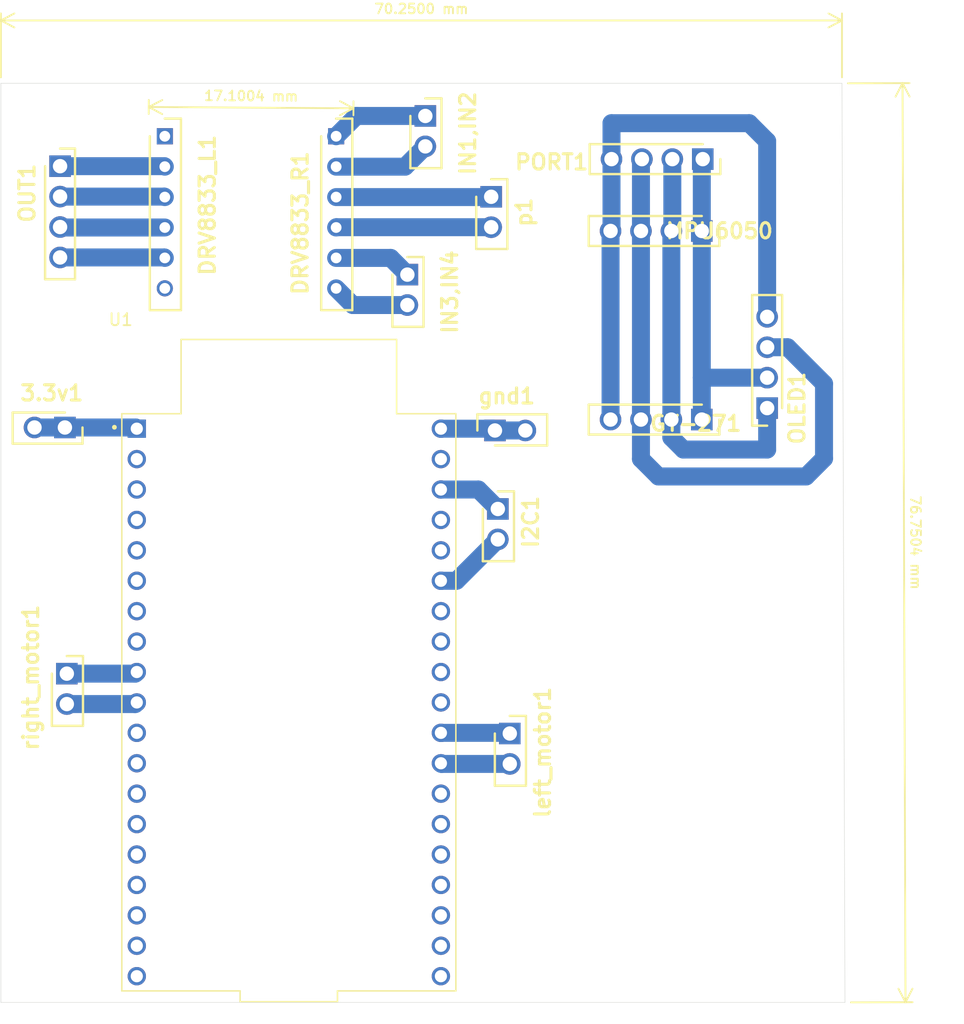
<source format=kicad_pcb>
(kicad_pcb (version 20240108) (generator "pcbnew") (generator_version "8.0")
  (layers (0 "F.Cu" signal "Front") (1 "In1.Cu" signal) (2 "In2.Cu" signal) (31 "B.Cu" signal "Back") (34 "B.Paste" user) (35 "F.Paste" user) (36 "B.SilkS" user "B.Silkscreen") (37 "F.SilkS" user "F.Silkscreen") (38 "B.Mask" user) (39 "F.Mask" user) (44 "Edge.Cuts" user))
  (net 0 "")
  (net 1 "+3.3V")
  (net 2 "GND")
  (net 3 "/SDA")
  (net 4 "/SCL")
  (net 5 "Net-(DRV8833_L1-Pad4)")
  (net 6 "Net-(DRV8833_L1-Pad5)")
  (net 7 "Net-(DRV8833_L1-Pad3)")
  (net 8 "Net-(DRV8833_L1-Pad2)")
  (net 11 "Net-(DRV8833_R1-Pad1)")
  (net 12 "Net-(DRV8833_R1-Pad5)")
  (net 13 "Net-(DRV8833_R1-Pad2)")
  (net 14 "Net-(DRV8833_R1-Pad6)")
  (net 15 "Net-(U1-3V3)")
  (net 16 "Net-(U1-GND3)")
  (net 17 "Net-(U1-IO22)")
  (net 18 "Net-(U1-IO21)")
  (net 19 "Net-(U1-IO16)")
  (net 20 "Net-(U1-IO17)")
  (net 21 "Net-(U1-IO25)")
  (net 22 "Net-(U1-IO26)")
  (footprint "female_header:RHDR4W70P0X254_1X4_1056X250X865P" (layer "F.Cu") (at 13.44 17.92 -90)
    (property "Reference" "OUT1" (at 2.25 2.75 90) (layer "F.SilkS") (effects (font (size 1.27 1.27) (thickness 0.254))))
    (property "Value" "M20-7820446" (hide yes))
    (fp_line (start 0 1.25) (end 9.44 1.25) (stroke (width 0.2)) (layer "F.SilkS"))
    (fp_line (start 9.44 1.25) (end 9.44 -1.25) (stroke (width 0.2)) (layer "F.SilkS"))
    (fp_line (start -1.47 -1.25) (end -1.47 0) (stroke (width 0.2)) (layer "F.SilkS"))
    (fp_line (start 9.44 -1.25) (end -1.47 -1.25) (stroke (width 0.2)) (layer "F.SilkS"))
    (pad "1" thru_hole rect (at 0 0 270) (size 1.8 1.8) (drill 1.2) (layers "*.Cu" "*.Mask") (net 8 "Net-(DRV8833_L1-Pad2)"))
    (pad "2" thru_hole circle (at 2.54 0 270) (size 1.8 1.8) (drill 1.2) (layers "*.Cu" "*.Mask") (net 7 "Net-(DRV8833_L1-Pad3)"))
    (pad "3" thru_hole circle (at 5.08 0 270) (size 1.8 1.8) (drill 1.2) (layers "*.Cu" "*.Mask") (net 5 "Net-(DRV8833_L1-Pad4)"))
    (pad "4" thru_hole circle (at 7.62 0 270) (size 1.8 1.8) (drill 1.2) (layers "*.Cu" "*.Mask") (net 6 "Net-(DRV8833_L1-Pad5)"))
  )
  (footprint "female_header_1x6:female_header_1x6" (layer "F.Cu") (at 36.5 15.42 -90)
    (property "Reference" "DRV8833_R1" (at 7.25 3 90) (layer "F.SilkS") (effects (font (size 1.27 1.27) (thickness 0.254))))
    (property "Value" "M20-7820642" (hide yes))
    (fp_line (start 0 1.25) (end 14.52 1.25) (stroke (width 0.2)) (layer "F.SilkS"))
    (fp_line (start 14.52 1.25) (end 14.52 -1.35) (stroke (width 0.2)) (layer "F.SilkS"))
    (fp_line (start -1.47 -1.35) (end -1.47 0) (stroke (width 0.2)) (layer "F.SilkS"))
    (fp_line (start 14.52 -1.35) (end -1.47 -1.35) (stroke (width 0.2)) (layer "F.SilkS"))
    (pad "1" thru_hole rect (at 0 0 270) (size 1.35 1.35) (drill 0.9) (layers "*.Cu" "*.Mask") (net 11 "Net-(DRV8833_R1-Pad1)"))
    (pad "2" thru_hole circle (at 2.54 0 270) (size 1.35 1.35) (drill 0.9) (layers "*.Cu" "*.Mask") (net 13 "Net-(DRV8833_R1-Pad2)"))
    (pad "3" thru_hole circle (at 5.08 0 270) (size 1.35 1.35) (drill 0.9) (layers "*.Cu" "*.Mask") (net 2 "GND"))
    (pad "4" thru_hole circle (at 7.62 0 270) (size 1.35 1.35) (drill 0.9) (layers "*.Cu" "*.Mask") (net 1 "+3.3V"))
    (pad "5" thru_hole circle (at 10.16 0 270) (size 1.35 1.35) (drill 0.9) (layers "*.Cu" "*.Mask") (net 12 "Net-(DRV8833_R1-Pad5)"))
    (pad "6" thru_hole circle (at 12.7 0 270) (size 1.35 1.35) (drill 0.9) (layers "*.Cu" "*.Mask") (net 14 "Net-(DRV8833_R1-Pad6)"))
  )
  (footprint "esp32_38:esp32_38" (layer "F.Cu") (at 32.55 62.69)
    (property "Reference" "U1" (at -14.045 -31.95 360) (layer "F.SilkS"))
    (property "Value" "DEVKIT_V1_ESP32-WROOM-32")
    (fp_line (start -13.95 -24.1) (end -13.95 24.1) (stroke (width 0.127)) (layer "F.SilkS"))
    (fp_line (start -13.95 24.1) (end -4.07 24.1) (stroke (width 0.127)) (layer "F.SilkS"))
    (fp_line (start -9 -30.3) (end 9 -30.3) (stroke (width 0.127)) (layer "F.SilkS"))
    (fp_line (start -9 -24.1) (end -13.95 -24.1) (stroke (width 0.127)) (layer "F.SilkS"))
    (fp_line (start -9 -24.1) (end -9 -30.3) (stroke (width 0.127)) (layer "F.SilkS"))
    (fp_line (start -4.07 24.1) (end -4.07 25) (stroke (width 0.127)) (layer "F.SilkS"))
    (fp_line (start -4.07 25) (end 4.06 25) (stroke (width 0.127)) (layer "F.SilkS"))
    (fp_line (start 4.06 24.1) (end 13.95 24.1) (stroke (width 0.127)) (layer "F.SilkS"))
    (fp_line (start 4.06 25) (end 4.06 24.1) (stroke (width 0.127)) (layer "F.SilkS"))
    (fp_line (start 9 -30.3) (end 9 -24.1) (stroke (width 0.127)) (layer "F.SilkS"))
    (fp_line (start 13.95 -24.1) (end 9 -24.1) (stroke (width 0.127)) (layer "F.SilkS"))
    (fp_line (start 13.95 24.1) (end 13.95 -24.1) (stroke (width 0.127)) (layer "F.SilkS"))
    (fp_circle (center -14.57 -22.97) (end -14.47 -22.97) (stroke (width 0.2)) (fill none) (layer "F.SilkS"))
    (pad "1" thru_hole rect (at -12.7 -22.85) (size 1.53 1.53) (drill 1.02) (layers "*.Cu" "*.Mask") (net 15 "Net-(U1-3V3)"))
    (pad "2" thru_hole circle (at -12.7 -20.31) (size 1.53 1.53) (drill 1.02) (layers "*.Cu" "*.Mask"))
    (pad "3" thru_hole circle (at -12.7 -17.77) (size 1.53 1.53) (drill 1.02) (layers "*.Cu" "*.Mask"))
    (pad "4" thru_hole circle (at -12.7 -15.23) (size 1.53 1.53) (drill 1.02) (layers "*.Cu" "*.Mask"))
    (pad "5" thru_hole circle (at -12.7 -12.69) (size 1.53 1.53) (drill 1.02) (layers "*.Cu" "*.Mask"))
    (pad "6" thru_hole circle (at -12.7 -10.15) (size 1.53 1.53) (drill 1.02) (layers "*.Cu" "*.Mask"))
    (pad "7" thru_hole circle (at -12.7 -7.61) (size 1.53 1.53) (drill 1.02) (layers "*.Cu" "*.Mask"))
    (pad "8" thru_hole circle (at -12.7 -5.07) (size 1.53 1.53) (drill 1.02) (layers "*.Cu" "*.Mask"))
    (pad "9" thru_hole circle (at -12.7 -2.53) (size 1.53 1.53) (drill 1.02) (layers "*.Cu" "*.Mask") (net 21 "Net-(U1-IO25)"))
    (pad "10" thru_hole circle (at -12.7 0.01) (size 1.53 1.53) (drill 1.02) (layers "*.Cu" "*.Mask") (net 22 "Net-(U1-IO26)"))
    (pad "11" thru_hole circle (at -12.7 2.55) (size 1.53 1.53) (drill 1.02) (layers "*.Cu" "*.Mask"))
    (pad "12" thru_hole circle (at -12.7 5.09) (size 1.53 1.53) (drill 1.02) (layers "*.Cu" "*.Mask"))
    (pad "13" thru_hole circle (at -12.7 7.63) (size 1.53 1.53) (drill 1.02) (layers "*.Cu" "*.Mask"))
    (pad "14" thru_hole circle (at -12.7 10.17) (size 1.53 1.53) (drill 1.02) (layers "*.Cu" "*.Mask"))
    (pad "15" thru_hole circle (at -12.7 12.71) (size 1.53 1.53) (drill 1.02) (layers "*.Cu" "*.Mask"))
    (pad "16" thru_hole circle (at -12.7 15.25) (size 1.53 1.53) (drill 1.02) (layers "*.Cu" "*.Mask"))
    (pad "17" thru_hole circle (at -12.7 17.79) (size 1.53 1.53) (drill 1.02) (layers "*.Cu" "*.Mask"))
    (pad "18" thru_hole circle (at -12.7 20.33) (size 1.53 1.53) (drill 1.02) (layers "*.Cu" "*.Mask"))
    (pad "19" thru_hole circle (at -12.7 22.87) (size 1.53 1.53) (drill 1.02) (layers "*.Cu" "*.Mask"))
    (pad "20" thru_hole circle (at 12.7 22.87) (size 1.53 1.53) (drill 1.02) (layers "*.Cu" "*.Mask"))
    (pad "21" thru_hole circle (at 12.7 20.33) (size 1.53 1.53) (drill 1.02) (layers "*.Cu" "*.Mask"))
    (pad "22" thru_hole circle (at 12.7 17.79) (size 1.53 1.53) (drill 1.02) (layers "*.Cu" "*.Mask"))
    (pad "23" thru_hole circle (at 12.7 15.25) (size 1.53 1.53) (drill 1.02) (layers "*.Cu" "*.Mask"))
    (pad "24" thru_hole circle (at 12.7 12.71) (size 1.53 1.53) (drill 1.02) (layers "*.Cu" "*.Mask"))
    (pad "25" thru_hole circle (at 12.7 10.17) (size 1.53 1.53) (drill 1.02) (layers "*.Cu" "*.Mask"))
    (pad "26" thru_hole circle (at 12.7 7.63) (size 1.53 1.53) (drill 1.02) (layers "*.Cu" "*.Mask"))
    (pad "27" thru_hole circle (at 12.7 5.09) (size 1.53 1.53) (drill 1.02) (layers "*.Cu" "*.Mask") (net 19 "Net-(U1-IO16)"))
    (pad "28" thru_hole circle (at 12.7 2.55) (size 1.53 1.53) (drill 1.02) (layers "*.Cu" "*.Mask") (net 20 "Net-(U1-IO17)"))
    (pad "29" thru_hole circle (at 12.7 0.01) (size 1.53 1.53) (drill 1.02) (layers "*.Cu" "*.Mask"))
    (pad "30" thru_hole circle (at 12.7 -2.53) (size 1.53 1.53) (drill 1.02) (layers "*.Cu" "*.Mask"))
    (pad "31" thru_hole circle (at 12.7 -5.07) (size 1.53 1.53) (drill 1.02) (layers "*.Cu" "*.Mask"))
    (pad "32" thru_hole circle (at 12.7 -7.61) (size 1.53 1.53) (drill 1.02) (layers "*.Cu" "*.Mask"))
    (pad "33" thru_hole circle (at 12.7 -10.15) (size 1.53 1.53) (drill 1.02) (layers "*.Cu" "*.Mask") (net 18 "Net-(U1-IO21)"))
    (pad "34" thru_hole circle (at 12.7 -12.69) (size 1.53 1.53) (drill 1.02) (layers "*.Cu" "*.Mask"))
    (pad "35" thru_hole circle (at 12.7 -15.23) (size 1.53 1.53) (drill 1.02) (layers "*.Cu" "*.Mask"))
    (pad "36" thru_hole circle (at 12.7 -17.77) (size 1.53 1.53) (drill 1.02) (layers "*.Cu" "*.Mask") (net 17 "Net-(U1-IO22)"))
    (pad "37" thru_hole circle (at 12.7 -20.31) (size 1.53 1.53) (drill 1.02) (layers "*.Cu" "*.Mask"))
    (pad "38" thru_hole circle (at 12.7 -22.85) (size 1.53 1.53) (drill 1.02) (layers "*.Cu" "*.Mask") (net 16 "Net-(U1-GND3)"))
  )
  (footprint "female_header_1x2:female_header_1x2" (layer "F.Cu") (at 43.95 13.725 -90)
    (property "Reference" "IN1,IN2" (at 1.445 -3.55 90) (layer "F.SilkS") (effects (font (size 1.27 1.27) (thickness 0.254))))
    (property "Value" "M20-7820242" (hide yes))
    (fp_line (start 0 1.25) (end 4.36 1.25) (stroke (width 0.2)) (layer "F.SilkS"))
    (fp_line (start 4.36 1.25) (end 4.36 -1.35) (stroke (width 0.2)) (layer "F.SilkS"))
    (fp_line (start -1.47 -1.35) (end -1.47 0) (stroke (width 0.2)) (layer "F.SilkS"))
    (fp_line (start 4.36 -1.35) (end -1.47 -1.35) (stroke (width 0.2)) (layer "F.SilkS"))
    (pad "1" thru_hole rect (at 0 0 270) (size 1.8 1.8) (drill 1.2) (layers "*.Cu" "*.Mask") (net 11 "Net-(DRV8833_R1-Pad1)"))
    (pad "2" thru_hole circle (at 2.54 0 270) (size 1.8 1.8) (drill 1.2) (layers "*.Cu" "*.Mask") (net 13 "Net-(DRV8833_R1-Pad2)"))
  )
  (footprint "female_header_1x2:female_header_1x2" (layer "F.Cu") (at 50.005 46.545 -90)
    (property "Reference" "I2C1" (at 1.075 -2.745 90) (layer "F.SilkS") (effects (font (size 1.27 1.27) (thickness 0.254))))
    (property "Value" "M20-7820242" (hide yes))
    (fp_line (start 0 1.25) (end 4.36 1.25) (stroke (width 0.2)) (layer "F.SilkS"))
    (fp_line (start 4.36 1.25) (end 4.36 -1.35) (stroke (width 0.2)) (layer "F.SilkS"))
    (fp_line (start -1.47 -1.35) (end -1.47 0) (stroke (width 0.2)) (layer "F.SilkS"))
    (fp_line (start 4.36 -1.35) (end -1.47 -1.35) (stroke (width 0.2)) (layer "F.SilkS"))
    (pad "1" thru_hole rect (at 0 0 270) (size 1.8 1.8) (drill 1.2) (layers "*.Cu" "*.Mask") (net 17 "Net-(U1-IO22)"))
    (pad "2" thru_hole circle (at 2.54 0 270) (size 1.8 1.8) (drill 1.2) (layers "*.Cu" "*.Mask") (net 18 "Net-(U1-IO21)"))
  )
  (footprint "female_header:RHDR4W70P0X254_1X4_1056X250X865P" (layer "F.Cu") (at 67.12 17.33 180)
    (property "Reference" "PORT1" (at 12.62 -0.25 360) (layer "F.SilkS") (effects (font (size 1.27 1.27) (thickness 0.254))))
    (property "Value" "1X4" (hide yes))
    (fp_line (start 9.44 1.25) (end 9.44 -1.25) (stroke (width 0.2)) (layer "F.SilkS"))
    (fp_line (start 9.44 -1.25) (end -1.47 -1.25) (stroke (width 0.2)) (layer "F.SilkS"))
    (fp_line (start 0 1.25) (end 9.44 1.25) (stroke (width 0.2)) (layer "F.SilkS"))
    (fp_line (start -1.47 -1.25) (end -1.47 0) (stroke (width 0.2)) (layer "F.SilkS"))
    (pad "1" thru_hole rect (at 0 0 180) (size 1.8 1.8) (drill 1.2) (layers "*.Cu" "*.Mask") (net 1 "+3.3V"))
    (pad "2" thru_hole circle (at 2.54 0 180) (size 1.8 1.8) (drill 1.2) (layers "*.Cu" "*.Mask") (net 2 "GND"))
    (pad "3" thru_hole circle (at 5.08 0 180) (size 1.8 1.8) (drill 1.2) (layers "*.Cu" "*.Mask") (net 4 "/SCL"))
    (pad "4" thru_hole circle (at 7.62 0 180) (size 1.8 1.8) (drill 1.2) (layers "*.Cu" "*.Mask") (net 3 "/SDA"))
  )
  (footprint "female_header_1x2:female_header_1x2" (layer "F.Cu") (at 49.45 20.475 -90)
    (property "Reference" "p1" (at 1.29 -2.75 90) (layer "F.SilkS") (effects (font (size 1.27 1.27) (thickness 0.254))))
    (property "Value" "M20-7820242" (hide yes))
    (fp_line (start 0 1.25) (end 4.36 1.25) (stroke (width 0.2)) (layer "F.SilkS"))
    (fp_line (start 4.36 1.25) (end 4.36 -1.35) (stroke (width 0.2)) (layer "F.SilkS"))
    (fp_line (start -1.47 -1.35) (end -1.47 0) (stroke (width 0.2)) (layer "F.SilkS"))
    (fp_line (start 4.36 -1.35) (end -1.47 -1.35) (stroke (width 0.2)) (layer "F.SilkS"))
    (pad "1" thru_hole rect (at 0 0 270) (size 1.8 1.8) (drill 1.2) (layers "*.Cu" "*.Mask") (net 2 "GND"))
    (pad "2" thru_hole circle (at 2.54 0 270) (size 1.8 1.8) (drill 1.2) (layers "*.Cu" "*.Mask") (net 1 "+3.3V"))
  )
  (footprint "female_header_1x2:female_header_1x2" (layer "F.Cu") (at 14.005 60.295 -90)
    (property "Reference" "right_motor1" (at 0.325 3.005 90) (layer "F.SilkS") (effects (font (size 1.27 1.27) (thickness 0.254))))
    (property "Value" "M20-7820242" (hide yes))
    (fp_line (start 0 1.25) (end 4.36 1.25) (stroke (width 0.2)) (layer "F.SilkS"))
    (fp_line (start 4.36 1.25) (end 4.36 -1.35) (stroke (width 0.2)) (layer "F.SilkS"))
    (fp_line (start -1.47 -1.35) (end -1.47 0) (stroke (width 0.2)) (layer "F.SilkS"))
    (fp_line (start 4.36 -1.35) (end -1.47 -1.35) (stroke (width 0.2)) (layer "F.SilkS"))
    (pad "1" thru_hole rect (at 0 0 270) (size 1.8 1.8) (drill 1.2) (layers "*.Cu" "*.Mask") (net 21 "Net-(U1-IO25)"))
    (pad "2" thru_hole circle (at 2.54 0 270) (size 1.8 1.8) (drill 1.2) (layers "*.Cu" "*.Mask") (net 22 "Net-(U1-IO26)"))
  )
  (footprint "female_header_1x2:female_header_1x2" (layer "F.Cu") (at 51.005 65.295 -90)
    (property "Reference" "left_motor1" (at 1.575 -2.745 90) (layer "F.SilkS") (effects (font (size 1.27 1.27) (thickness 0.254))))
    (property "Value" "M20-7820242" (hide yes))
    (fp_line (start 0 1.25) (end 4.36 1.25) (stroke (width 0.2)) (layer "F.SilkS"))
    (fp_line (start 4.36 1.25) (end 4.36 -1.35) (stroke (width 0.2)) (layer "F.SilkS"))
    (fp_line (start -1.47 -1.35) (end -1.47 0) (stroke (width 0.2)) (layer "F.SilkS"))
    (fp_line (start 4.36 -1.35) (end -1.47 -1.35) (stroke (width 0.2)) (layer "F.SilkS"))
    (pad "1" thru_hole rect (at 0 0 270) (size 1.8 1.8) (drill 1.2) (layers "*.Cu" "*.Mask") (net 20 "Net-(U1-IO17)"))
    (pad "2" thru_hole circle (at 2.54 0 270) (size 1.8 1.8) (drill 1.2) (layers "*.Cu" "*.Mask") (net 19 "Net-(U1-IO16)"))
  )
  (footprint "female_header_1x2:female_header_1x2" (layer "F.Cu") (at 13.845 39.74 180)
    (property "Reference" "3.3v1" (at 1.095 2.87 0) (layer "F.SilkS") (effects (font (size 1.27 1.27) (thickness 0.254))))
    (property "Value" "M20-7820242" (hide yes))
    (fp_line (start 4.36 1.25) (end 4.36 -1.35) (stroke (width 0.2)) (layer "F.SilkS"))
    (fp_line (start 4.36 -1.35) (end -1.47 -1.35) (stroke (width 0.2)) (layer "F.SilkS"))
    (fp_line (start 0 1.25) (end 4.36 1.25) (stroke (width 0.2)) (layer "F.SilkS"))
    (fp_line (start -1.47 -1.35) (end -1.47 0) (stroke (width 0.2)) (layer "F.SilkS"))
    (pad "1" thru_hole rect (at 0 0 180) (size 1.8 1.8) (drill 1.2) (layers "*.Cu" "*.Mask") (net 15 "Net-(U1-3V3)"))
    (pad "2" thru_hole circle (at 2.54 0 180) (size 1.8 1.8) (drill 1.2) (layers "*.Cu" "*.Mask") (net 15 "Net-(U1-3V3)"))
  )
  (footprint "female_header:RHDR4W70P0X254_1X4_1056X250X865P" (layer "F.Cu") (at 72.5 38.12 90)
    (property "Reference" "OLED1" (at 0 2.5 90) (layer "F.SilkS") (effects (font (size 1.27 1.27) (thickness 0.254))))
    (property "Value" "1X4" (hide yes))
    (fp_line (start 9.44 -1.25) (end -1.47 -1.25) (stroke (width 0.2)) (layer "F.SilkS"))
    (fp_line (start -1.47 -1.25) (end -1.47 0) (stroke (width 0.2)) (layer "F.SilkS"))
    (fp_line (start 9.44 1.25) (end 9.44 -1.25) (stroke (width 0.2)) (layer "F.SilkS"))
    (fp_line (start 0 1.25) (end 9.44 1.25) (stroke (width 0.2)) (layer "F.SilkS"))
    (pad "1" thru_hole rect (at 0 0 90) (size 1.8 1.8) (drill 1.2) (layers "*.Cu" "*.Mask") (net 2 "GND"))
    (pad "2" thru_hole circle (at 2.54 0 90) (size 1.8 1.8) (drill 1.2) (layers "*.Cu" "*.Mask") (net 1 "+3.3V"))
    (pad "3" thru_hole circle (at 5.08 0 90) (size 1.8 1.8) (drill 1.2) (layers "*.Cu" "*.Mask") (net 4 "/SCL"))
    (pad "4" thru_hole circle (at 7.62 0 90) (size 1.8 1.8) (drill 1.2) (layers "*.Cu" "*.Mask") (net 3 "/SDA"))
  )
  (footprint "female_header:RHDR4W70P0X254_1X4_1056X250X865P" (layer "F.Cu") (at 67.04 23.33 180)
    (property "Reference" "MPU6050" (at -1.47 0 360) (layer "F.SilkS") (effects (font (size 1.27 1.27) (thickness 0.254))))
    (property "Value" "1X4" (hide yes))
    (fp_line (start 9.44 1.25) (end 9.44 -1.25) (stroke (width 0.2)) (layer "F.SilkS"))
    (fp_line (start 9.44 -1.25) (end -1.47 -1.25) (stroke (width 0.2)) (layer "F.SilkS"))
    (fp_line (start 0 1.25) (end 9.44 1.25) (stroke (width 0.2)) (layer "F.SilkS"))
    (fp_line (start -1.47 -1.25) (end -1.47 0) (stroke (width 0.2)) (layer "F.SilkS"))
    (pad "1" thru_hole rect (at 0 0 180) (size 1.8 1.8) (drill 1.2) (layers "*.Cu" "*.Mask") (net 1 "+3.3V"))
    (pad "2" thru_hole circle (at 2.54 0 180) (size 1.8 1.8) (drill 1.2) (layers "*.Cu" "*.Mask") (net 2 "GND"))
    (pad "3" thru_hole circle (at 5.08 0 180) (size 1.8 1.8) (drill 1.2) (layers "*.Cu" "*.Mask") (net 4 "/SCL"))
    (pad "4" thru_hole circle (at 7.62 0 180) (size 1.8 1.8) (drill 1.2) (layers "*.Cu" "*.Mask") (net 3 "/SDA"))
  )
  (footprint "female_header_1x6:female_header_1x6" (layer "F.Cu") (at 22.19 15.42 -90)
    (property "Reference" "DRV8833_L1" (at 5.75 -3.56 90) (layer "F.SilkS") (effects (font (size 1.27 1.27) (thickness 0.254))))
    (property "Value" "M20-7820642" (hide yes))
    (fp_line (start 0 1.25) (end 14.52 1.25) (stroke (width 0.2)) (layer "F.SilkS"))
    (fp_line (start 14.52 1.25) (end 14.52 -1.35) (stroke (width 0.2)) (layer "F.SilkS"))
    (fp_line (start -1.47 -1.35) (end -1.47 0) (stroke (width 0.2)) (layer "F.SilkS"))
    (fp_line (start 14.52 -1.35) (end -1.47 -1.35) (stroke (width 0.2)) (layer "F.SilkS"))
    (pad "1" thru_hole rect (at 0 0 270) (size 1.35 1.35) (drill 0.9) (layers "*.Cu" "*.Mask"))
    (pad "2" thru_hole circle (at 2.54 0 270) (size 1.35 1.35) (drill 0.9) (layers "*.Cu" "*.Mask") (net 8 "Net-(DRV8833_L1-Pad2)"))
    (pad "3" thru_hole circle (at 5.08 0 270) (size 1.35 1.35) (drill 0.9) (layers "*.Cu" "*.Mask") (net 7 "Net-(DRV8833_L1-Pad3)"))
    (pad "4" thru_hole circle (at 7.62 0 270) (size 1.35 1.35) (drill 0.9) (layers "*.Cu" "*.Mask") (net 5 "Net-(DRV8833_L1-Pad4)"))
    (pad "5" thru_hole circle (at 10.16 0 270) (size 1.35 1.35) (drill 0.9) (layers "*.Cu" "*.Mask") (net 6 "Net-(DRV8833_L1-Pad5)"))
    (pad "6" thru_hole circle (at 12.7 0 270) (size 1.35 1.35) (drill 0.9) (layers "*.Cu" "*.Mask"))
  )
  (footprint "female_header:RHDR4W70P0X254_1X4_1056X250X865P" (layer "F.Cu") (at 67.04 39.08 180)
    (property "Reference" "GY-271" (at 0.5 -0.33 360) (layer "F.SilkS") (effects (font (size 1.27 1.27) (thickness 0.254))))
    (property "Value" "1X4" (hide yes))
    (fp_line (start 9.44 1.25) (end 9.44 -1.25) (stroke (width 0.2)) (layer "F.SilkS"))
    (fp_line (start 9.44 -1.25) (end -1.47 -1.25) (stroke (width 0.2)) (layer "F.SilkS"))
    (fp_line (start 0 1.25) (end 9.44 1.25) (stroke (width 0.2)) (layer "F.SilkS"))
    (fp_line (start -1.47 -1.25) (end -1.47 0) (stroke (width 0.2)) (layer "F.SilkS"))
    (pad "1" thru_hole rect (at 0 0 180) (size 1.8 1.8) (drill 1.2) (layers "*.Cu" "*.Mask") (net 1 "+3.3V"))
    (pad "2" thru_hole circle (at 2.54 0 180) (size 1.8 1.8) (drill 1.2) (layers "*.Cu" "*.Mask") (net 2 "GND"))
    (pad "3" thru_hole circle (at 5.08 0 180) (size 1.8 1.8) (drill 1.2) (layers "*.Cu" "*.Mask") (net 4 "/SCL"))
    (pad "4" thru_hole circle (at 7.62 0 180) (size 1.8 1.8) (drill 1.2) (layers "*.Cu" "*.Mask") (net 3 "/SDA"))
  )
  (footprint "female_header_1x2:female_header_1x2" (layer "F.Cu") (at 49.765 39.99)
    (property "Reference" "gnd1" (at 0.985 -2.87 360) (layer "F.SilkS") (effects (font (size 1.27 1.27) (thickness 0.254))))
    (property "Value" "M20-7820242" (hide yes))
    (fp_line (start -1.47 -1.35) (end -1.47 0) (stroke (width 0.2)) (layer "F.SilkS"))
    (fp_line (start 0 1.25) (end 4.36 1.25) (stroke (width 0.2)) (layer "F.SilkS"))
    (fp_line (start 4.36 -1.35) (end -1.47 -1.35) (stroke (width 0.2)) (layer "F.SilkS"))
    (fp_line (start 4.36 1.25) (end 4.36 -1.35) (stroke (width 0.2)) (layer "F.SilkS"))
    (pad "1" thru_hole rect (at 0 0) (size 1.8 1.8) (drill 1.2) (layers "*.Cu" "*.Mask") (net 16 "Net-(U1-GND3)"))
    (pad "2" thru_hole circle (at 2.54 0) (size 1.8 1.8) (drill 1.2) (layers "*.Cu" "*.Mask") (net 16 "Net-(U1-GND3)"))
  )
  (footprint "female_header_1x2:female_header_1x2" (layer "F.Cu") (at 42.45 26.975 -90)
    (property "Reference" "IN3,IN4" (at 1.445 -3.55 90) (layer "F.SilkS") (effects (font (size 1.27 1.27) (thickness 0.254))))
    (property "Value" "M20-7820242" (hide yes))
    (fp_line (start 0 1.25) (end 4.36 1.25) (stroke (width 0.2)) (layer "F.SilkS"))
    (fp_line (start 4.36 1.25) (end 4.36 -1.35) (stroke (width 0.2)) (layer "F.SilkS"))
    (fp_line (start -1.47 -1.35) (end -1.47 0) (stroke (width 0.2)) (layer "F.SilkS"))
    (fp_line (start 4.36 -1.35) (end -1.47 -1.35) (stroke (width 0.2)) (layer "F.SilkS"))
    (pad "1" thru_hole rect (at 0 0 270) (size 1.8 1.8) (drill 1.2) (layers "*.Cu" "*.Mask") (net 12 "Net-(DRV8833_R1-Pad5)"))
    (pad "2" thru_hole circle (at 2.54 0 270) (size 1.8 1.8) (drill 1.2) (layers "*.Cu" "*.Mask") (net 14 "Net-(DRV8833_R1-Pad6)"))
  )
  (gr_line (start 78.75 11) (end 79 87.75) (stroke (width 0.0381)) (layer "Edge.Cuts"))
  (gr_line (start 79 87.75) (end 8.5 87.75) (stroke (width 0.0381)) (layer "Edge.Cuts"))
  (gr_line (start 8.5 11) (end 78.75 11) (stroke (width 0.0381)) (layer "Edge.Cuts"))
  (gr_line (start 8.5 87.75) (end 8.5 11) (stroke (width 0.0381)) (layer "Edge.Cuts"))
  (dimension (type aligned) (layer "F.SilkS") (pts (xy 78.75 11) (xy 8.5 11)) (height 5.25) (gr_text "70.2500 mm" (at 43.625 4.7848 0) (layer "F.SilkS") (effects (font (size 0.8128 0.8128) (thickness 0.1524)))) (format (prefix "") (suffix "") (units 3) (units_format 1) (precision 4)) (style (thickness 0.1524) (arrow_length 1.27) (text_position_mode 0) (extension_height 0.58642) (extension_offset 0.5) keep_text_aligned))
  (dimension (type aligned) (layer "F.SilkS") (pts (xy 20.84 14.06) (xy 37.94 14.17)) (height -1.084485) (gr_text "17.1004 mm" (at 29.403185 12.065357 359.6314357) (layer "F.SilkS") (effects (font (size 0.8128 0.8128) (thickness 0.1524)))) (format (prefix "") (suffix "") (units 3) (units_format 1) (precision 4)) (style (thickness 0.1524) (arrow_length 1.27) (text_position_mode 0) (extension_height 0.58642) (extension_offset 0.5) keep_text_aligned))
  (dimension (type aligned) (layer "F.SilkS") (pts (xy 79 87.75) (xy 78.75 11)) (height 5.057234) (gr_text "76.7504 mm" (at 84.897402 49.355383 -89.81336946) (layer "F.SilkS") (effects (font (size 0.8128 0.8128) (thickness 0.1524)))) (format (prefix "") (suffix "") (units 3) (units_format 1) (precision 4)) (style (thickness 0.1524) (arrow_length 1.27) (text_position_mode 0) (extension_height 0.58642) (extension_offset 0.5) keep_text_aligned))
  (segment (start 67.04 23.33) (end 67.04 35.58) (width 1.5) (layer "B.Cu") (net 1))
  (segment (start 67.04 17.41) (end 67.12 17.33) (width 1.5) (layer "B.Cu") (net 1))
  (segment (start 72.5 35.58) (end 67.04 35.58) (width 1.5) (layer "B.Cu") (net 1))
  (segment (start 36.525 23.015) (end 36.5 23.04) (width 1.5) (layer "B.Cu") (net 1))
  (segment (start 67.04 23.33) (end 67.04 17.41) (width 1.5) (layer "B.Cu") (net 1))
  (segment (start 49.45 23.015) (end 36.525 23.015) (width 1.5) (layer "B.Cu") (net 1))
  (segment (start 67.04 35.58) (end 67.04 39.08) (width 1.5) (layer "B.Cu") (net 1))
  (segment (start 72.5 41.58) (end 72.5 38.12) (width 1.5) (layer "B.Cu") (net 2))
  (segment (start 64.58 17.33) (end 64.58 23.25) (width 1.5) (layer "B.Cu") (net 2))
  (segment (start 65.5 41.58) (end 72.5 41.58) (width 1.5) (layer "B.Cu") (net 2))
  (segment (start 64.5 40.58) (end 65.5 41.58) (width 1.5) (layer "B.Cu") (net 2))
  (segment (start 36.5 20.5) (end 49.425 20.5) (width 1.5) (layer "B.Cu") (net 2))
  (segment (start 64.58 23.25) (end 64.5 23.33) (width 1.5) (layer "B.Cu") (net 2))
  (segment (start 64.5 39.08) (end 64.5 40.58) (width 1.5) (layer "B.Cu") (net 2))
  (segment (start 49.425 20.5) (end 49.45 20.475) (width 1.5) (layer "B.Cu") (net 2))
  (segment (start 64.5 23.33) (end 64.5 39.08) (width 1.5) (layer "B.Cu") (net 2))
  (segment (start 59.42 23.33) (end 59.42 39.08) (width 1.5) (layer "B.Cu") (net 3))
  (segment (start 59.5 17.33) (end 59.5 14.33) (width 1.5) (layer "B.Cu") (net 3))
  (segment (start 72.5 15.83) (end 72.5 30.5) (width 1.5) (layer "B.Cu") (net 3))
  (segment (start 59.5 14.33) (end 71 14.33) (width 1.5) (layer "B.Cu") (net 3))
  (segment (start 59.5 17.33) (end 59.5 23.25) (width 1.5) (layer "B.Cu") (net 3))
  (segment (start 59.5 23.25) (end 59.42 23.33) (width 1.5) (layer "B.Cu") (net 3))
  (segment (start 71 14.33) (end 72.5 15.83) (width 1.5) (layer "B.Cu") (net 3))
  (segment (start 61.96 23.33) (end 61.96 39.08) (width 1.5) (layer "B.Cu") (net 4))
  (segment (start 61.96 17.41) (end 62.04 17.33) (width 1.5) (layer "B.Cu") (net 4))
  (segment (start 61.96 39.08) (end 61.96 42.37) (width 1.5) (layer "B.Cu") (net 4))
  (segment (start 77.25 36.08) (end 74.21 33.04) (width 1.5) (layer "B.Cu") (net 4))
  (segment (start 61.96 23.33) (end 61.96 17.41) (width 1.5) (layer "B.Cu") (net 4))
  (segment (start 77.25 42.33) (end 77.25 36.08) (width 1.5) (layer "B.Cu") (net 4))
  (segment (start 75.75 43.83) (end 77.25 42.33) (width 1.5) (layer "B.Cu") (net 4))
  (segment (start 61.96 42.37) (end 63.42 43.83) (width 1.5) (layer "B.Cu") (net 4))
  (segment (start 63.42 43.83) (end 75.75 43.83) (width 1.5) (layer "B.Cu") (net 4))
  (segment (start 74.21 33.04) (end 72.5 33.04) (width 1.5) (layer "B.Cu") (net 4))
  (segment (start 13.48 23.04) (end 13.44 23) (width 1.5) (layer "B.Cu") (net 5))
  (segment (start 22.19 23.04) (end 13.48 23.04) (width 1.5) (layer "B.Cu") (net 5))
  (segment (start 13.44 25.54) (end 22.15 25.54) (width 1.5) (layer "B.Cu") (net 6))
  (segment (start 22.15 25.54) (end 22.19 25.58) (width 1.5) (layer "B.Cu") (net 6))
  (segment (start 22.15 20.46) (end 22.19 20.5) (width 1.5) (layer "B.Cu") (net 7))
  (segment (start 13.44 20.46) (end 22.15 20.46) (width 1.5) (layer "B.Cu") (net 7))
  (segment (start 22.15 17.92) (end 22.19 17.96) (width 1.5) (layer "B.Cu") (net 8))
  (segment (start 13.44 17.92) (end 22.15 17.92) (width 1.5) (layer "B.Cu") (net 8))
  (segment (start 38.195 13.725) (end 36.5 15.42) (width 1.5) (layer "B.Cu") (net 11))
  (segment (start 43.95 13.725) (end 38.195 13.725) (width 1.5) (layer "B.Cu") (net 11))
  (segment (start 41.055 25.58) (end 42.45 26.975) (width 1.5) (layer "B.Cu") (net 12))
  (segment (start 36.5 25.58) (end 41.055 25.58) (width 1.5) (layer "B.Cu") (net 12))
  (segment (start 42.255 17.96) (end 36.5 17.96) (width 1.5) (layer "B.Cu") (net 13))
  (segment (start 43.95 16.265) (end 42.255 17.96) (width 1.5) (layer "B.Cu") (net 13))
  (segment (start 37.895 29.515) (end 36.5 28.12) (width 1.5) (layer "B.Cu") (net 14))
  (segment (start 42.45 29.515) (end 37.895 29.515) (width 1.5) (layer "B.Cu") (net 14))
  (segment (start 11.305 39.74) (end 13.845 39.74) (width 1.5) (layer "B.Cu") (net 15))
  (segment (start 13.845 39.74) (end 19.75 39.74) (width 1.5) (layer "B.Cu") (net 15))
  (segment (start 19.75 39.74) (end 19.85 39.84) (width 1.5) (layer "B.Cu") (net 15))
  (segment (start 52.305 39.99) (end 49.765 39.99) (width 1.5) (layer "B.Cu") (net 16))
  (segment (start 49.615 39.84) (end 49.765 39.99) (width 1.5) (layer "B.Cu") (net 16))
  (segment (start 45.25 39.84) (end 49.615 39.84) (width 1.5) (layer "B.Cu") (net 16))
  (segment (start 45.25 44.92) (end 48.38 44.92) (width 1.5) (layer "B.Cu") (net 17))
  (segment (start 48.38 44.92) (end 50.005 46.545) (width 1.5) (layer "B.Cu") (net 17))
  (segment (start 45.25 52.54) (end 46.55 52.54) (width 1.5) (layer "B.Cu") (net 18))
  (segment (start 46.55 52.54) (end 50.005 49.085) (width 1.5) (layer "B.Cu") (net 18))
  (segment (start 51.005 67.835) (end 45.305 67.835) (width 1.5) (layer "B.Cu") (net 19))
  (segment (start 45.305 67.835) (end 45.25 67.78) (width 1.5) (layer "B.Cu") (net 19))
  (segment (start 45.25 65.24) (end 50.95 65.24) (width 1.5) (layer "B.Cu") (net 20))
  (segment (start 50.95 65.24) (end 51.005 65.295) (width 1.5) (layer "B.Cu") (net 20))
  (segment (start 19.715 60.295) (end 19.85 60.16) (width 1.5) (layer "B.Cu") (net 21))
  (segment (start 14.005 60.295) (end 19.715 60.295) (width 1.5) (layer "B.Cu") (net 21))
  (segment (start 14.005 62.835) (end 19.715 62.835) (width 1.5) (layer "B.Cu") (net 22))
  (segment (start 19.715 62.835) (end 19.85 62.7) (width 1.5) (layer "B.Cu") (net 22))
)
</source>
